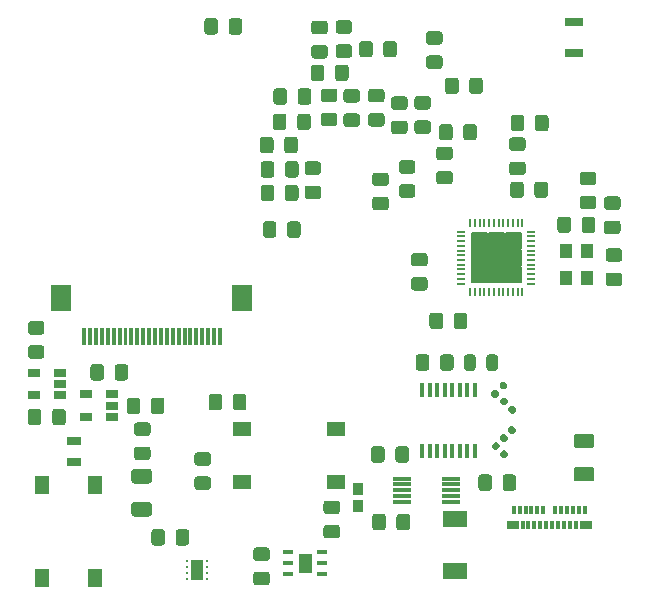
<source format=gbr>
G04 #@! TF.GenerationSoftware,KiCad,Pcbnew,(5.1.6)-1*
G04 #@! TF.CreationDate,2020-10-17T23:58:27+09:00*
G04 #@! TF.ProjectId,guardianCam_Wifi,67756172-6469-4616-9e43-616d5f576966,rev?*
G04 #@! TF.SameCoordinates,Original*
G04 #@! TF.FileFunction,Paste,Top*
G04 #@! TF.FilePolarity,Positive*
%FSLAX46Y46*%
G04 Gerber Fmt 4.6, Leading zero omitted, Abs format (unit mm)*
G04 Created by KiCad (PCBNEW (5.1.6)-1) date 2020-10-17 23:58:27*
%MOMM*%
%LPD*%
G01*
G04 APERTURE LIST*
%ADD10C,0.010000*%
%ADD11C,0.152400*%
%ADD12R,0.400000X1.200000*%
%ADD13R,0.970000X1.000000*%
%ADD14R,1.498600X0.304800*%
%ADD15R,1.000000X1.800000*%
%ADD16R,0.250000X0.200000*%
%ADD17R,0.860000X0.400000*%
%ADD18R,1.549400X1.295400*%
%ADD19R,0.300000X0.700000*%
%ADD20R,1.000000X0.700000*%
%ADD21R,1.295400X1.549400*%
%ADD22R,0.203200X0.762000*%
%ADD23R,0.762000X0.203200*%
%ADD24R,4.343400X4.343400*%
%ADD25R,1.100000X1.300000*%
%ADD26R,1.060000X0.650000*%
%ADD27R,1.200000X0.800000*%
%ADD28R,2.100000X1.400000*%
%ADD29R,1.600000X0.800000*%
%ADD30R,1.800000X2.200000*%
G04 APERTURE END LIST*
D10*
G36*
X124150000Y-152560000D02*
G01*
X125170000Y-152560000D01*
X125170000Y-154060000D01*
X124150000Y-154060000D01*
X124150000Y-152560000D01*
G37*
X124150000Y-152560000D02*
X125170000Y-152560000D01*
X125170000Y-154060000D01*
X124150000Y-154060000D01*
X124150000Y-152560000D01*
D11*
X142911700Y-125398300D02*
X141663900Y-125398300D01*
X141663900Y-125398300D02*
X141663900Y-126646100D01*
X141663900Y-126646100D02*
X142911700Y-126646100D01*
X142911700Y-126646100D02*
X142911700Y-125398300D01*
X141463900Y-125398300D02*
X140216100Y-125398300D01*
X140216100Y-125398300D02*
X140216100Y-126646100D01*
X140216100Y-126646100D02*
X141463900Y-126646100D01*
X141463900Y-126646100D02*
X141463900Y-125398300D01*
X140016100Y-125398300D02*
X138768300Y-125398300D01*
X138768300Y-125398300D02*
X138768300Y-126646100D01*
X138768300Y-126646100D02*
X140016100Y-126646100D01*
X140016100Y-126646100D02*
X140016100Y-125398300D01*
X142911700Y-126846100D02*
X141663900Y-126846100D01*
X141663900Y-126846100D02*
X141663900Y-128093900D01*
X141663900Y-128093900D02*
X142911700Y-128093900D01*
X142911700Y-128093900D02*
X142911700Y-126846100D01*
X141463900Y-126846100D02*
X140216100Y-126846100D01*
X140216100Y-126846100D02*
X140216100Y-128093900D01*
X140216100Y-128093900D02*
X141463900Y-128093900D01*
X141463900Y-128093900D02*
X141463900Y-126846100D01*
X140016100Y-126846100D02*
X138768300Y-126846100D01*
X138768300Y-126846100D02*
X138768300Y-128093900D01*
X138768300Y-128093900D02*
X140016100Y-128093900D01*
X140016100Y-128093900D02*
X140016100Y-126846100D01*
X142911700Y-128293900D02*
X141663900Y-128293900D01*
X141663900Y-128293900D02*
X141663900Y-129541700D01*
X141663900Y-129541700D02*
X142911700Y-129541700D01*
X142911700Y-129541700D02*
X142911700Y-128293900D01*
X141463900Y-128293900D02*
X140216100Y-128293900D01*
X140216100Y-128293900D02*
X140216100Y-129541700D01*
X140216100Y-129541700D02*
X141463900Y-129541700D01*
X141463900Y-129541700D02*
X141463900Y-128293900D01*
X140016100Y-128293900D02*
X138768300Y-128293900D01*
X138768300Y-128293900D02*
X138768300Y-129541700D01*
X138768300Y-129541700D02*
X140016100Y-129541700D01*
X140016100Y-129541700D02*
X140016100Y-128293900D01*
D10*
G36*
X106033400Y-134768000D02*
G01*
X105783400Y-134768000D01*
X105783400Y-133468000D01*
X106033400Y-133468000D01*
X106033400Y-134768000D01*
G37*
X106033400Y-134768000D02*
X105783400Y-134768000D01*
X105783400Y-133468000D01*
X106033400Y-133468000D01*
X106033400Y-134768000D01*
G36*
X106533400Y-134768000D02*
G01*
X106283400Y-134768000D01*
X106283400Y-133468000D01*
X106533400Y-133468000D01*
X106533400Y-134768000D01*
G37*
X106533400Y-134768000D02*
X106283400Y-134768000D01*
X106283400Y-133468000D01*
X106533400Y-133468000D01*
X106533400Y-134768000D01*
G36*
X107033400Y-134768000D02*
G01*
X106783400Y-134768000D01*
X106783400Y-133468000D01*
X107033400Y-133468000D01*
X107033400Y-134768000D01*
G37*
X107033400Y-134768000D02*
X106783400Y-134768000D01*
X106783400Y-133468000D01*
X107033400Y-133468000D01*
X107033400Y-134768000D01*
G36*
X107533400Y-134768000D02*
G01*
X107283400Y-134768000D01*
X107283400Y-133468000D01*
X107533400Y-133468000D01*
X107533400Y-134768000D01*
G37*
X107533400Y-134768000D02*
X107283400Y-134768000D01*
X107283400Y-133468000D01*
X107533400Y-133468000D01*
X107533400Y-134768000D01*
G36*
X108033400Y-134768000D02*
G01*
X107783400Y-134768000D01*
X107783400Y-133468000D01*
X108033400Y-133468000D01*
X108033400Y-134768000D01*
G37*
X108033400Y-134768000D02*
X107783400Y-134768000D01*
X107783400Y-133468000D01*
X108033400Y-133468000D01*
X108033400Y-134768000D01*
G36*
X108533400Y-134768000D02*
G01*
X108283400Y-134768000D01*
X108283400Y-133468000D01*
X108533400Y-133468000D01*
X108533400Y-134768000D01*
G37*
X108533400Y-134768000D02*
X108283400Y-134768000D01*
X108283400Y-133468000D01*
X108533400Y-133468000D01*
X108533400Y-134768000D01*
G36*
X109033400Y-134768000D02*
G01*
X108783400Y-134768000D01*
X108783400Y-133468000D01*
X109033400Y-133468000D01*
X109033400Y-134768000D01*
G37*
X109033400Y-134768000D02*
X108783400Y-134768000D01*
X108783400Y-133468000D01*
X109033400Y-133468000D01*
X109033400Y-134768000D01*
G36*
X109533400Y-134768000D02*
G01*
X109283400Y-134768000D01*
X109283400Y-133468000D01*
X109533400Y-133468000D01*
X109533400Y-134768000D01*
G37*
X109533400Y-134768000D02*
X109283400Y-134768000D01*
X109283400Y-133468000D01*
X109533400Y-133468000D01*
X109533400Y-134768000D01*
G36*
X110033400Y-134768000D02*
G01*
X109783400Y-134768000D01*
X109783400Y-133468000D01*
X110033400Y-133468000D01*
X110033400Y-134768000D01*
G37*
X110033400Y-134768000D02*
X109783400Y-134768000D01*
X109783400Y-133468000D01*
X110033400Y-133468000D01*
X110033400Y-134768000D01*
G36*
X110533400Y-134768000D02*
G01*
X110283400Y-134768000D01*
X110283400Y-133468000D01*
X110533400Y-133468000D01*
X110533400Y-134768000D01*
G37*
X110533400Y-134768000D02*
X110283400Y-134768000D01*
X110283400Y-133468000D01*
X110533400Y-133468000D01*
X110533400Y-134768000D01*
G36*
X111033400Y-134768000D02*
G01*
X110783400Y-134768000D01*
X110783400Y-133468000D01*
X111033400Y-133468000D01*
X111033400Y-134768000D01*
G37*
X111033400Y-134768000D02*
X110783400Y-134768000D01*
X110783400Y-133468000D01*
X111033400Y-133468000D01*
X111033400Y-134768000D01*
G36*
X111533400Y-134768000D02*
G01*
X111283400Y-134768000D01*
X111283400Y-133468000D01*
X111533400Y-133468000D01*
X111533400Y-134768000D01*
G37*
X111533400Y-134768000D02*
X111283400Y-134768000D01*
X111283400Y-133468000D01*
X111533400Y-133468000D01*
X111533400Y-134768000D01*
G36*
X112033400Y-134768000D02*
G01*
X111783400Y-134768000D01*
X111783400Y-133468000D01*
X112033400Y-133468000D01*
X112033400Y-134768000D01*
G37*
X112033400Y-134768000D02*
X111783400Y-134768000D01*
X111783400Y-133468000D01*
X112033400Y-133468000D01*
X112033400Y-134768000D01*
G36*
X112533400Y-134768000D02*
G01*
X112283400Y-134768000D01*
X112283400Y-133468000D01*
X112533400Y-133468000D01*
X112533400Y-134768000D01*
G37*
X112533400Y-134768000D02*
X112283400Y-134768000D01*
X112283400Y-133468000D01*
X112533400Y-133468000D01*
X112533400Y-134768000D01*
G36*
X113033400Y-134768000D02*
G01*
X112783400Y-134768000D01*
X112783400Y-133468000D01*
X113033400Y-133468000D01*
X113033400Y-134768000D01*
G37*
X113033400Y-134768000D02*
X112783400Y-134768000D01*
X112783400Y-133468000D01*
X113033400Y-133468000D01*
X113033400Y-134768000D01*
G36*
X113533400Y-134768000D02*
G01*
X113283400Y-134768000D01*
X113283400Y-133468000D01*
X113533400Y-133468000D01*
X113533400Y-134768000D01*
G37*
X113533400Y-134768000D02*
X113283400Y-134768000D01*
X113283400Y-133468000D01*
X113533400Y-133468000D01*
X113533400Y-134768000D01*
G36*
X114033400Y-134768000D02*
G01*
X113783400Y-134768000D01*
X113783400Y-133468000D01*
X114033400Y-133468000D01*
X114033400Y-134768000D01*
G37*
X114033400Y-134768000D02*
X113783400Y-134768000D01*
X113783400Y-133468000D01*
X114033400Y-133468000D01*
X114033400Y-134768000D01*
G36*
X114533400Y-134768000D02*
G01*
X114283400Y-134768000D01*
X114283400Y-133468000D01*
X114533400Y-133468000D01*
X114533400Y-134768000D01*
G37*
X114533400Y-134768000D02*
X114283400Y-134768000D01*
X114283400Y-133468000D01*
X114533400Y-133468000D01*
X114533400Y-134768000D01*
G36*
X115033400Y-134768000D02*
G01*
X114783400Y-134768000D01*
X114783400Y-133468000D01*
X115033400Y-133468000D01*
X115033400Y-134768000D01*
G37*
X115033400Y-134768000D02*
X114783400Y-134768000D01*
X114783400Y-133468000D01*
X115033400Y-133468000D01*
X115033400Y-134768000D01*
G36*
X115533400Y-134768000D02*
G01*
X115283400Y-134768000D01*
X115283400Y-133468000D01*
X115533400Y-133468000D01*
X115533400Y-134768000D01*
G37*
X115533400Y-134768000D02*
X115283400Y-134768000D01*
X115283400Y-133468000D01*
X115533400Y-133468000D01*
X115533400Y-134768000D01*
G36*
X116033400Y-134768000D02*
G01*
X115783400Y-134768000D01*
X115783400Y-133468000D01*
X116033400Y-133468000D01*
X116033400Y-134768000D01*
G37*
X116033400Y-134768000D02*
X115783400Y-134768000D01*
X115783400Y-133468000D01*
X116033400Y-133468000D01*
X116033400Y-134768000D01*
G36*
X116533400Y-134768000D02*
G01*
X116283400Y-134768000D01*
X116283400Y-133468000D01*
X116533400Y-133468000D01*
X116533400Y-134768000D01*
G37*
X116533400Y-134768000D02*
X116283400Y-134768000D01*
X116283400Y-133468000D01*
X116533400Y-133468000D01*
X116533400Y-134768000D01*
G36*
X117033400Y-134768000D02*
G01*
X116783400Y-134768000D01*
X116783400Y-133468000D01*
X117033400Y-133468000D01*
X117033400Y-134768000D01*
G37*
X117033400Y-134768000D02*
X116783400Y-134768000D01*
X116783400Y-133468000D01*
X117033400Y-133468000D01*
X117033400Y-134768000D01*
G36*
X117533400Y-134768000D02*
G01*
X117283400Y-134768000D01*
X117283400Y-133468000D01*
X117533400Y-133468000D01*
X117533400Y-134768000D01*
G37*
X117533400Y-134768000D02*
X117283400Y-134768000D01*
X117283400Y-133468000D01*
X117533400Y-133468000D01*
X117533400Y-134768000D01*
G36*
G01*
X117635000Y-139259999D02*
X117635000Y-140160001D01*
G75*
G02*
X117385001Y-140410000I-249999J0D01*
G01*
X116734999Y-140410000D01*
G75*
G02*
X116485000Y-140160001I0J249999D01*
G01*
X116485000Y-139259999D01*
G75*
G02*
X116734999Y-139010000I249999J0D01*
G01*
X117385001Y-139010000D01*
G75*
G02*
X117635000Y-139259999I0J-249999D01*
G01*
G37*
G36*
G01*
X119685000Y-139259999D02*
X119685000Y-140160001D01*
G75*
G02*
X119435001Y-140410000I-249999J0D01*
G01*
X118784999Y-140410000D01*
G75*
G02*
X118535000Y-140160001I0J249999D01*
G01*
X118535000Y-139259999D01*
G75*
G02*
X118784999Y-139010000I249999J0D01*
G01*
X119435001Y-139010000D01*
G75*
G02*
X119685000Y-139259999I0J-249999D01*
G01*
G37*
D12*
X134567500Y-138650000D03*
X135202500Y-138650000D03*
X135837500Y-138650000D03*
X136472500Y-138650000D03*
X137107500Y-138650000D03*
X137742500Y-138650000D03*
X138377500Y-138650000D03*
X139012500Y-138650000D03*
X139012500Y-143850000D03*
X138377500Y-143850000D03*
X137742500Y-143850000D03*
X137107500Y-143850000D03*
X136472500Y-143850000D03*
X135837500Y-143850000D03*
X135202500Y-143850000D03*
X134567500Y-143850000D03*
G36*
G01*
X141824678Y-139740727D02*
X141580726Y-139984678D01*
G75*
G02*
X141372130Y-139984678I-104298J104298D01*
G01*
X141163534Y-139776082D01*
G75*
G02*
X141163534Y-139567486I104298J104298D01*
G01*
X141407486Y-139323534D01*
G75*
G02*
X141616082Y-139323534I104298J-104298D01*
G01*
X141824678Y-139532130D01*
G75*
G02*
X141824678Y-139740726I-104298J-104298D01*
G01*
G37*
G36*
G01*
X142510572Y-140426621D02*
X142266620Y-140670572D01*
G75*
G02*
X142058024Y-140670572I-104298J104298D01*
G01*
X141849428Y-140461976D01*
G75*
G02*
X141849428Y-140253380I104298J104298D01*
G01*
X142093380Y-140009428D01*
G75*
G02*
X142301976Y-140009428I104298J-104298D01*
G01*
X142510572Y-140218024D01*
G75*
G02*
X142510572Y-140426620I-104298J-104298D01*
G01*
G37*
G36*
G01*
X141556621Y-142439428D02*
X141800572Y-142683380D01*
G75*
G02*
X141800572Y-142891976I-104298J-104298D01*
G01*
X141591976Y-143100572D01*
G75*
G02*
X141383380Y-143100572I-104298J104298D01*
G01*
X141139428Y-142856620D01*
G75*
G02*
X141139428Y-142648024I104298J104298D01*
G01*
X141348024Y-142439428D01*
G75*
G02*
X141556620Y-142439428I104298J-104298D01*
G01*
G37*
G36*
G01*
X142242515Y-141753534D02*
X142486466Y-141997486D01*
G75*
G02*
X142486466Y-142206082I-104298J-104298D01*
G01*
X142277870Y-142414678D01*
G75*
G02*
X142069274Y-142414678I-104298J104298D01*
G01*
X141825322Y-142170726D01*
G75*
G02*
X141825322Y-141962130I104298J104298D01*
G01*
X142033918Y-141753534D01*
G75*
G02*
X142242514Y-141753534I104298J-104298D01*
G01*
G37*
G36*
G01*
X141359273Y-138634678D02*
X141115322Y-138390726D01*
G75*
G02*
X141115322Y-138182130I104298J104298D01*
G01*
X141323918Y-137973534D01*
G75*
G02*
X141532514Y-137973534I104298J-104298D01*
G01*
X141776466Y-138217486D01*
G75*
G02*
X141776466Y-138426082I-104298J-104298D01*
G01*
X141567870Y-138634678D01*
G75*
G02*
X141359274Y-138634678I-104298J104298D01*
G01*
G37*
G36*
G01*
X140673379Y-139320572D02*
X140429428Y-139076620D01*
G75*
G02*
X140429428Y-138868024I104298J104298D01*
G01*
X140638024Y-138659428D01*
G75*
G02*
X140846620Y-138659428I104298J-104298D01*
G01*
X141090572Y-138903380D01*
G75*
G02*
X141090572Y-139111976I-104298J-104298D01*
G01*
X140881976Y-139320572D01*
G75*
G02*
X140673380Y-139320572I-104298J104298D01*
G01*
G37*
G36*
G01*
X141155322Y-144039273D02*
X141399274Y-143795322D01*
G75*
G02*
X141607870Y-143795322I104298J-104298D01*
G01*
X141816466Y-144003918D01*
G75*
G02*
X141816466Y-144212514I-104298J-104298D01*
G01*
X141572514Y-144456466D01*
G75*
G02*
X141363918Y-144456466I-104298J104298D01*
G01*
X141155322Y-144247870D01*
G75*
G02*
X141155322Y-144039274I104298J104298D01*
G01*
G37*
G36*
G01*
X140469428Y-143353379D02*
X140713380Y-143109428D01*
G75*
G02*
X140921976Y-143109428I104298J-104298D01*
G01*
X141130572Y-143318024D01*
G75*
G02*
X141130572Y-143526620I-104298J-104298D01*
G01*
X140886620Y-143770572D01*
G75*
G02*
X140678024Y-143770572I-104298J104298D01*
G01*
X140469428Y-143561976D01*
G75*
G02*
X140469428Y-143353380I104298J104298D01*
G01*
G37*
D13*
X129100000Y-147060000D03*
X129100000Y-148530000D03*
G36*
G01*
X131390000Y-143689999D02*
X131390000Y-144590001D01*
G75*
G02*
X131140001Y-144840000I-249999J0D01*
G01*
X130489999Y-144840000D01*
G75*
G02*
X130240000Y-144590001I0J249999D01*
G01*
X130240000Y-143689999D01*
G75*
G02*
X130489999Y-143440000I249999J0D01*
G01*
X131140001Y-143440000D01*
G75*
G02*
X131390000Y-143689999I0J-249999D01*
G01*
G37*
G36*
G01*
X133440000Y-143689999D02*
X133440000Y-144590001D01*
G75*
G02*
X133190001Y-144840000I-249999J0D01*
G01*
X132539999Y-144840000D01*
G75*
G02*
X132290000Y-144590001I0J249999D01*
G01*
X132290000Y-143689999D01*
G75*
G02*
X132539999Y-143440000I249999J0D01*
G01*
X133190001Y-143440000D01*
G75*
G02*
X133440000Y-143689999I0J-249999D01*
G01*
G37*
D14*
X136977400Y-148160600D03*
X136977400Y-147678000D03*
X136977400Y-147170000D03*
X136977400Y-146662000D03*
X136977400Y-146179400D03*
X132862600Y-146179400D03*
X132862600Y-146662000D03*
X132862600Y-147170000D03*
X132862600Y-147678000D03*
X132862600Y-148160600D03*
G36*
G01*
X112800000Y-150699999D02*
X112800000Y-151600001D01*
G75*
G02*
X112550001Y-151850000I-249999J0D01*
G01*
X111899999Y-151850000D01*
G75*
G02*
X111650000Y-151600001I0J249999D01*
G01*
X111650000Y-150699999D01*
G75*
G02*
X111899999Y-150450000I249999J0D01*
G01*
X112550001Y-150450000D01*
G75*
G02*
X112800000Y-150699999I0J-249999D01*
G01*
G37*
G36*
G01*
X114850000Y-150699999D02*
X114850000Y-151600001D01*
G75*
G02*
X114600001Y-151850000I-249999J0D01*
G01*
X113949999Y-151850000D01*
G75*
G02*
X113700000Y-151600001I0J249999D01*
G01*
X113700000Y-150699999D01*
G75*
G02*
X113949999Y-150450000I249999J0D01*
G01*
X114600001Y-150450000D01*
G75*
G02*
X114850000Y-150699999I0J-249999D01*
G01*
G37*
D15*
X115530000Y-153910000D03*
D16*
X116380000Y-154660000D03*
X116380000Y-154160000D03*
X116380000Y-153660000D03*
X116380000Y-153160000D03*
X114680000Y-154660000D03*
X114680000Y-154160000D03*
X114680000Y-153660000D03*
X114680000Y-153160000D03*
G36*
G01*
X116440001Y-145100000D02*
X115539999Y-145100000D01*
G75*
G02*
X115290000Y-144850001I0J249999D01*
G01*
X115290000Y-144199999D01*
G75*
G02*
X115539999Y-143950000I249999J0D01*
G01*
X116440001Y-143950000D01*
G75*
G02*
X116690000Y-144199999I0J-249999D01*
G01*
X116690000Y-144850001D01*
G75*
G02*
X116440001Y-145100000I-249999J0D01*
G01*
G37*
G36*
G01*
X116440001Y-147150000D02*
X115539999Y-147150000D01*
G75*
G02*
X115290000Y-146900001I0J249999D01*
G01*
X115290000Y-146249999D01*
G75*
G02*
X115539999Y-146000000I249999J0D01*
G01*
X116440001Y-146000000D01*
G75*
G02*
X116690000Y-146249999I0J-249999D01*
G01*
X116690000Y-146900001D01*
G75*
G02*
X116440001Y-147150000I-249999J0D01*
G01*
G37*
D17*
X123225000Y-152360000D03*
X123225000Y-153310000D03*
X123225000Y-154260000D03*
X126095000Y-154260000D03*
X126095000Y-153310000D03*
X126095000Y-152360000D03*
D18*
X127304998Y-146480001D03*
X127304998Y-141979999D03*
X119355002Y-141979999D03*
X119355002Y-146480001D03*
D19*
X142320000Y-148840000D03*
X142820000Y-148840000D03*
X143320000Y-148840000D03*
X143820000Y-148840000D03*
X144320000Y-148840000D03*
X144820000Y-148840000D03*
X145820000Y-148840000D03*
X146320000Y-148840000D03*
X146820000Y-148840000D03*
X147320000Y-148840000D03*
X147820000Y-148840000D03*
X148320000Y-148840000D03*
D20*
X148420000Y-150140000D03*
D19*
X147570000Y-150140000D03*
X147070000Y-150140000D03*
X146570000Y-150140000D03*
X146070000Y-150140000D03*
X145570000Y-150140000D03*
X145070000Y-150140000D03*
X144570000Y-150140000D03*
X144070000Y-150140000D03*
X143570000Y-150140000D03*
X143070000Y-150140000D03*
D20*
X142220000Y-150140000D03*
D21*
X106860001Y-146685002D03*
X102359999Y-146685002D03*
X102359999Y-154634998D03*
X106860001Y-154634998D03*
G36*
G01*
X124025000Y-114280001D02*
X124025000Y-113379999D01*
G75*
G02*
X124274999Y-113130000I249999J0D01*
G01*
X124925001Y-113130000D01*
G75*
G02*
X125175000Y-113379999I0J-249999D01*
G01*
X125175000Y-114280001D01*
G75*
G02*
X124925001Y-114530000I-249999J0D01*
G01*
X124274999Y-114530000D01*
G75*
G02*
X124025000Y-114280001I0J249999D01*
G01*
G37*
G36*
G01*
X121975000Y-114280001D02*
X121975000Y-113379999D01*
G75*
G02*
X122224999Y-113130000I249999J0D01*
G01*
X122875001Y-113130000D01*
G75*
G02*
X123125000Y-113379999I0J-249999D01*
G01*
X123125000Y-114280001D01*
G75*
G02*
X122875001Y-114530000I-249999J0D01*
G01*
X122224999Y-114530000D01*
G75*
G02*
X121975000Y-114280001I0J249999D01*
G01*
G37*
D22*
X143040001Y-124523600D03*
X142639999Y-124523600D03*
X142240000Y-124523600D03*
X141840001Y-124523600D03*
X141439999Y-124523600D03*
X141040000Y-124523600D03*
X140640000Y-124523600D03*
X140240001Y-124523600D03*
X139839999Y-124523600D03*
X139440000Y-124523600D03*
X139040001Y-124523600D03*
X138639999Y-124523600D03*
D23*
X137893600Y-125269999D03*
X137893600Y-125670001D03*
X137893600Y-126070000D03*
X137893600Y-126469999D03*
X137893600Y-126870001D03*
X137893600Y-127270000D03*
X137893600Y-127670000D03*
X137893600Y-128069999D03*
X137893600Y-128470001D03*
X137893600Y-128870000D03*
X137893600Y-129269999D03*
X137893600Y-129670001D03*
D22*
X138639999Y-130416400D03*
X139040001Y-130416400D03*
X139440000Y-130416400D03*
X139839999Y-130416400D03*
X140240001Y-130416400D03*
X140640000Y-130416400D03*
X141040000Y-130416400D03*
X141439999Y-130416400D03*
X141840001Y-130416400D03*
X142240000Y-130416400D03*
X142639999Y-130416400D03*
X143040001Y-130416400D03*
D23*
X143786400Y-129670001D03*
X143786400Y-129269999D03*
X143786400Y-128870000D03*
X143786400Y-128470001D03*
X143786400Y-128069999D03*
X143786400Y-127670000D03*
X143786400Y-127270000D03*
X143786400Y-126870001D03*
X143786400Y-126469999D03*
X143786400Y-126070000D03*
X143786400Y-125670001D03*
X143786400Y-125269999D03*
D24*
X140840000Y-127470000D03*
D25*
X146740000Y-126870000D03*
X146740000Y-129170000D03*
X148540000Y-129170000D03*
X148540000Y-126870000D03*
D26*
X101680000Y-139110000D03*
X101680000Y-137210000D03*
X103880000Y-137210000D03*
X103880000Y-138160000D03*
X103880000Y-139110000D03*
X106140000Y-140950000D03*
X106140000Y-139050000D03*
X108340000Y-139050000D03*
X108340000Y-140000000D03*
X108340000Y-140950000D03*
G36*
G01*
X110419999Y-143475000D02*
X111320001Y-143475000D01*
G75*
G02*
X111570000Y-143724999I0J-249999D01*
G01*
X111570000Y-144375001D01*
G75*
G02*
X111320001Y-144625000I-249999J0D01*
G01*
X110419999Y-144625000D01*
G75*
G02*
X110170000Y-144375001I0J249999D01*
G01*
X110170000Y-143724999D01*
G75*
G02*
X110419999Y-143475000I249999J0D01*
G01*
G37*
G36*
G01*
X110419999Y-141425000D02*
X111320001Y-141425000D01*
G75*
G02*
X111570000Y-141674999I0J-249999D01*
G01*
X111570000Y-142325001D01*
G75*
G02*
X111320001Y-142575000I-249999J0D01*
G01*
X110419999Y-142575000D01*
G75*
G02*
X110170000Y-142325001I0J249999D01*
G01*
X110170000Y-141674999D01*
G75*
G02*
X110419999Y-141425000I249999J0D01*
G01*
G37*
G36*
G01*
X136075000Y-136810001D02*
X136075000Y-135909999D01*
G75*
G02*
X136324999Y-135660000I249999J0D01*
G01*
X136975001Y-135660000D01*
G75*
G02*
X137225000Y-135909999I0J-249999D01*
G01*
X137225000Y-136810001D01*
G75*
G02*
X136975001Y-137060000I-249999J0D01*
G01*
X136324999Y-137060000D01*
G75*
G02*
X136075000Y-136810001I0J249999D01*
G01*
G37*
G36*
G01*
X134025000Y-136810001D02*
X134025000Y-135909999D01*
G75*
G02*
X134274999Y-135660000I249999J0D01*
G01*
X134925001Y-135660000D01*
G75*
G02*
X135175000Y-135909999I0J-249999D01*
G01*
X135175000Y-136810001D01*
G75*
G02*
X134925001Y-137060000I-249999J0D01*
G01*
X134274999Y-137060000D01*
G75*
G02*
X134025000Y-136810001I0J249999D01*
G01*
G37*
G36*
G01*
X118185000Y-108340001D02*
X118185000Y-107439999D01*
G75*
G02*
X118434999Y-107190000I249999J0D01*
G01*
X119085001Y-107190000D01*
G75*
G02*
X119335000Y-107439999I0J-249999D01*
G01*
X119335000Y-108340001D01*
G75*
G02*
X119085001Y-108590000I-249999J0D01*
G01*
X118434999Y-108590000D01*
G75*
G02*
X118185000Y-108340001I0J249999D01*
G01*
G37*
G36*
G01*
X116135000Y-108340001D02*
X116135000Y-107439999D01*
G75*
G02*
X116384999Y-107190000I249999J0D01*
G01*
X117035001Y-107190000D01*
G75*
G02*
X117285000Y-107439999I0J-249999D01*
G01*
X117285000Y-108340001D01*
G75*
G02*
X117035001Y-108590000I-249999J0D01*
G01*
X116384999Y-108590000D01*
G75*
G02*
X116135000Y-108340001I0J249999D01*
G01*
G37*
G36*
G01*
X149060001Y-121345000D02*
X148159999Y-121345000D01*
G75*
G02*
X147910000Y-121095001I0J249999D01*
G01*
X147910000Y-120444999D01*
G75*
G02*
X148159999Y-120195000I249999J0D01*
G01*
X149060001Y-120195000D01*
G75*
G02*
X149310000Y-120444999I0J-249999D01*
G01*
X149310000Y-121095001D01*
G75*
G02*
X149060001Y-121345000I-249999J0D01*
G01*
G37*
G36*
G01*
X149060001Y-123395000D02*
X148159999Y-123395000D01*
G75*
G02*
X147910000Y-123145001I0J249999D01*
G01*
X147910000Y-122494999D01*
G75*
G02*
X148159999Y-122245000I249999J0D01*
G01*
X149060001Y-122245000D01*
G75*
G02*
X149310000Y-122494999I0J-249999D01*
G01*
X149310000Y-123145001D01*
G75*
G02*
X149060001Y-123395000I-249999J0D01*
G01*
G37*
G36*
G01*
X125760001Y-120475000D02*
X124859999Y-120475000D01*
G75*
G02*
X124610000Y-120225001I0J249999D01*
G01*
X124610000Y-119574999D01*
G75*
G02*
X124859999Y-119325000I249999J0D01*
G01*
X125760001Y-119325000D01*
G75*
G02*
X126010000Y-119574999I0J-249999D01*
G01*
X126010000Y-120225001D01*
G75*
G02*
X125760001Y-120475000I-249999J0D01*
G01*
G37*
G36*
G01*
X125760001Y-122525000D02*
X124859999Y-122525000D01*
G75*
G02*
X124610000Y-122275001I0J249999D01*
G01*
X124610000Y-121624999D01*
G75*
G02*
X124859999Y-121375000I249999J0D01*
G01*
X125760001Y-121375000D01*
G75*
G02*
X126010000Y-121624999I0J-249999D01*
G01*
X126010000Y-122275001D01*
G75*
G02*
X125760001Y-122525000I-249999J0D01*
G01*
G37*
G36*
G01*
X127489999Y-109415000D02*
X128390001Y-109415000D01*
G75*
G02*
X128640000Y-109664999I0J-249999D01*
G01*
X128640000Y-110315001D01*
G75*
G02*
X128390001Y-110565000I-249999J0D01*
G01*
X127489999Y-110565000D01*
G75*
G02*
X127240000Y-110315001I0J249999D01*
G01*
X127240000Y-109664999D01*
G75*
G02*
X127489999Y-109415000I249999J0D01*
G01*
G37*
G36*
G01*
X127489999Y-107365000D02*
X128390001Y-107365000D01*
G75*
G02*
X128640000Y-107614999I0J-249999D01*
G01*
X128640000Y-108265001D01*
G75*
G02*
X128390001Y-108515000I-249999J0D01*
G01*
X127489999Y-108515000D01*
G75*
G02*
X127240000Y-108265001I0J249999D01*
G01*
X127240000Y-107614999D01*
G75*
G02*
X127489999Y-107365000I249999J0D01*
G01*
G37*
G36*
G01*
X125429999Y-109465000D02*
X126330001Y-109465000D01*
G75*
G02*
X126580000Y-109714999I0J-249999D01*
G01*
X126580000Y-110365001D01*
G75*
G02*
X126330001Y-110615000I-249999J0D01*
G01*
X125429999Y-110615000D01*
G75*
G02*
X125180000Y-110365001I0J249999D01*
G01*
X125180000Y-109714999D01*
G75*
G02*
X125429999Y-109465000I249999J0D01*
G01*
G37*
G36*
G01*
X125429999Y-107415000D02*
X126330001Y-107415000D01*
G75*
G02*
X126580000Y-107664999I0J-249999D01*
G01*
X126580000Y-108315001D01*
G75*
G02*
X126330001Y-108565000I-249999J0D01*
G01*
X125429999Y-108565000D01*
G75*
G02*
X125180000Y-108315001I0J249999D01*
G01*
X125180000Y-107664999D01*
G75*
G02*
X125429999Y-107415000I249999J0D01*
G01*
G37*
G36*
G01*
X136050001Y-109455000D02*
X135149999Y-109455000D01*
G75*
G02*
X134900000Y-109205001I0J249999D01*
G01*
X134900000Y-108554999D01*
G75*
G02*
X135149999Y-108305000I249999J0D01*
G01*
X136050001Y-108305000D01*
G75*
G02*
X136300000Y-108554999I0J-249999D01*
G01*
X136300000Y-109205001D01*
G75*
G02*
X136050001Y-109455000I-249999J0D01*
G01*
G37*
G36*
G01*
X136050001Y-111505000D02*
X135149999Y-111505000D01*
G75*
G02*
X134900000Y-111255001I0J249999D01*
G01*
X134900000Y-110604999D01*
G75*
G02*
X135149999Y-110355000I249999J0D01*
G01*
X136050001Y-110355000D01*
G75*
G02*
X136300000Y-110604999I0J-249999D01*
G01*
X136300000Y-111255001D01*
G75*
G02*
X136050001Y-111505000I-249999J0D01*
G01*
G37*
G36*
G01*
X137655000Y-112479999D02*
X137655000Y-113380001D01*
G75*
G02*
X137405001Y-113630000I-249999J0D01*
G01*
X136754999Y-113630000D01*
G75*
G02*
X136505000Y-113380001I0J249999D01*
G01*
X136505000Y-112479999D01*
G75*
G02*
X136754999Y-112230000I249999J0D01*
G01*
X137405001Y-112230000D01*
G75*
G02*
X137655000Y-112479999I0J-249999D01*
G01*
G37*
G36*
G01*
X139705000Y-112479999D02*
X139705000Y-113380001D01*
G75*
G02*
X139455001Y-113630000I-249999J0D01*
G01*
X138804999Y-113630000D01*
G75*
G02*
X138555000Y-113380001I0J249999D01*
G01*
X138555000Y-112479999D01*
G75*
G02*
X138804999Y-112230000I249999J0D01*
G01*
X139455001Y-112230000D01*
G75*
G02*
X139705000Y-112479999I0J-249999D01*
G01*
G37*
G36*
G01*
X142179999Y-119345000D02*
X143080001Y-119345000D01*
G75*
G02*
X143330000Y-119594999I0J-249999D01*
G01*
X143330000Y-120245001D01*
G75*
G02*
X143080001Y-120495000I-249999J0D01*
G01*
X142179999Y-120495000D01*
G75*
G02*
X141930000Y-120245001I0J249999D01*
G01*
X141930000Y-119594999D01*
G75*
G02*
X142179999Y-119345000I249999J0D01*
G01*
G37*
G36*
G01*
X142179999Y-117295000D02*
X143080001Y-117295000D01*
G75*
G02*
X143330000Y-117544999I0J-249999D01*
G01*
X143330000Y-118195001D01*
G75*
G02*
X143080001Y-118445000I-249999J0D01*
G01*
X142179999Y-118445000D01*
G75*
G02*
X141930000Y-118195001I0J249999D01*
G01*
X141930000Y-117544999D01*
G75*
G02*
X142179999Y-117295000I249999J0D01*
G01*
G37*
D27*
X105100000Y-142980000D03*
X105100000Y-144780000D03*
G36*
G01*
X111435000Y-146605000D02*
X110185000Y-146605000D01*
G75*
G02*
X109935000Y-146355000I0J250000D01*
G01*
X109935000Y-145605000D01*
G75*
G02*
X110185000Y-145355000I250000J0D01*
G01*
X111435000Y-145355000D01*
G75*
G02*
X111685000Y-145605000I0J-250000D01*
G01*
X111685000Y-146355000D01*
G75*
G02*
X111435000Y-146605000I-250000J0D01*
G01*
G37*
G36*
G01*
X111435000Y-149405000D02*
X110185000Y-149405000D01*
G75*
G02*
X109935000Y-149155000I0J250000D01*
G01*
X109935000Y-148405000D01*
G75*
G02*
X110185000Y-148155000I250000J0D01*
G01*
X111435000Y-148155000D01*
G75*
G02*
X111685000Y-148405000I0J-250000D01*
G01*
X111685000Y-149155000D01*
G75*
G02*
X111435000Y-149405000I-250000J0D01*
G01*
G37*
G36*
G01*
X139997500Y-136816250D02*
X139997500Y-135903750D01*
G75*
G02*
X140241250Y-135660000I243750J0D01*
G01*
X140728750Y-135660000D01*
G75*
G02*
X140972500Y-135903750I0J-243750D01*
G01*
X140972500Y-136816250D01*
G75*
G02*
X140728750Y-137060000I-243750J0D01*
G01*
X140241250Y-137060000D01*
G75*
G02*
X139997500Y-136816250I0J243750D01*
G01*
G37*
G36*
G01*
X138122500Y-136816250D02*
X138122500Y-135903750D01*
G75*
G02*
X138366250Y-135660000I243750J0D01*
G01*
X138853750Y-135660000D01*
G75*
G02*
X139097500Y-135903750I0J-243750D01*
G01*
X139097500Y-136816250D01*
G75*
G02*
X138853750Y-137060000I-243750J0D01*
G01*
X138366250Y-137060000D01*
G75*
G02*
X138122500Y-136816250I0J243750D01*
G01*
G37*
G36*
G01*
X147645000Y-145175000D02*
X148895000Y-145175000D01*
G75*
G02*
X149145000Y-145425000I0J-250000D01*
G01*
X149145000Y-146175000D01*
G75*
G02*
X148895000Y-146425000I-250000J0D01*
G01*
X147645000Y-146425000D01*
G75*
G02*
X147395000Y-146175000I0J250000D01*
G01*
X147395000Y-145425000D01*
G75*
G02*
X147645000Y-145175000I250000J0D01*
G01*
G37*
G36*
G01*
X147645000Y-142375000D02*
X148895000Y-142375000D01*
G75*
G02*
X149145000Y-142625000I0J-250000D01*
G01*
X149145000Y-143375000D01*
G75*
G02*
X148895000Y-143625000I-250000J0D01*
G01*
X147645000Y-143625000D01*
G75*
G02*
X147395000Y-143375000I0J250000D01*
G01*
X147395000Y-142625000D01*
G75*
G02*
X147645000Y-142375000I250000J0D01*
G01*
G37*
D28*
X137320000Y-154040000D03*
X137320000Y-149640000D03*
G36*
G01*
X137235000Y-133280001D02*
X137235000Y-132379999D01*
G75*
G02*
X137484999Y-132130000I249999J0D01*
G01*
X138135001Y-132130000D01*
G75*
G02*
X138385000Y-132379999I0J-249999D01*
G01*
X138385000Y-133280001D01*
G75*
G02*
X138135001Y-133530000I-249999J0D01*
G01*
X137484999Y-133530000D01*
G75*
G02*
X137235000Y-133280001I0J249999D01*
G01*
G37*
G36*
G01*
X135185000Y-133280001D02*
X135185000Y-132379999D01*
G75*
G02*
X135434999Y-132130000I249999J0D01*
G01*
X136085001Y-132130000D01*
G75*
G02*
X136335000Y-132379999I0J-249999D01*
G01*
X136335000Y-133280001D01*
G75*
G02*
X136085001Y-133530000I-249999J0D01*
G01*
X135434999Y-133530000D01*
G75*
G02*
X135185000Y-133280001I0J249999D01*
G01*
G37*
G36*
G01*
X133879999Y-129120000D02*
X134780001Y-129120000D01*
G75*
G02*
X135030000Y-129369999I0J-249999D01*
G01*
X135030000Y-130020001D01*
G75*
G02*
X134780001Y-130270000I-249999J0D01*
G01*
X133879999Y-130270000D01*
G75*
G02*
X133630000Y-130020001I0J249999D01*
G01*
X133630000Y-129369999D01*
G75*
G02*
X133879999Y-129120000I249999J0D01*
G01*
G37*
G36*
G01*
X133879999Y-127070000D02*
X134780001Y-127070000D01*
G75*
G02*
X135030000Y-127319999I0J-249999D01*
G01*
X135030000Y-127970001D01*
G75*
G02*
X134780001Y-128220000I-249999J0D01*
G01*
X133879999Y-128220000D01*
G75*
G02*
X133630000Y-127970001I0J249999D01*
G01*
X133630000Y-127319999D01*
G75*
G02*
X133879999Y-127070000I249999J0D01*
G01*
G37*
G36*
G01*
X135999999Y-120125000D02*
X136900001Y-120125000D01*
G75*
G02*
X137150000Y-120374999I0J-249999D01*
G01*
X137150000Y-121025001D01*
G75*
G02*
X136900001Y-121275000I-249999J0D01*
G01*
X135999999Y-121275000D01*
G75*
G02*
X135750000Y-121025001I0J249999D01*
G01*
X135750000Y-120374999D01*
G75*
G02*
X135999999Y-120125000I249999J0D01*
G01*
G37*
G36*
G01*
X135999999Y-118075000D02*
X136900001Y-118075000D01*
G75*
G02*
X137150000Y-118324999I0J-249999D01*
G01*
X137150000Y-118975001D01*
G75*
G02*
X136900001Y-119225000I-249999J0D01*
G01*
X135999999Y-119225000D01*
G75*
G02*
X135750000Y-118975001I0J249999D01*
G01*
X135750000Y-118324999D01*
G75*
G02*
X135999999Y-118075000I249999J0D01*
G01*
G37*
G36*
G01*
X138045000Y-117300001D02*
X138045000Y-116399999D01*
G75*
G02*
X138294999Y-116150000I249999J0D01*
G01*
X138945001Y-116150000D01*
G75*
G02*
X139195000Y-116399999I0J-249999D01*
G01*
X139195000Y-117300001D01*
G75*
G02*
X138945001Y-117550000I-249999J0D01*
G01*
X138294999Y-117550000D01*
G75*
G02*
X138045000Y-117300001I0J249999D01*
G01*
G37*
G36*
G01*
X135995000Y-117300001D02*
X135995000Y-116399999D01*
G75*
G02*
X136244999Y-116150000I249999J0D01*
G01*
X136895001Y-116150000D01*
G75*
G02*
X137145000Y-116399999I0J-249999D01*
G01*
X137145000Y-117300001D01*
G75*
G02*
X136895001Y-117550000I-249999J0D01*
G01*
X136244999Y-117550000D01*
G75*
G02*
X135995000Y-117300001I0J249999D01*
G01*
G37*
G36*
G01*
X151250001Y-127835000D02*
X150349999Y-127835000D01*
G75*
G02*
X150100000Y-127585001I0J249999D01*
G01*
X150100000Y-126934999D01*
G75*
G02*
X150349999Y-126685000I249999J0D01*
G01*
X151250001Y-126685000D01*
G75*
G02*
X151500000Y-126934999I0J-249999D01*
G01*
X151500000Y-127585001D01*
G75*
G02*
X151250001Y-127835000I-249999J0D01*
G01*
G37*
G36*
G01*
X151250001Y-129885000D02*
X150349999Y-129885000D01*
G75*
G02*
X150100000Y-129635001I0J249999D01*
G01*
X150100000Y-128984999D01*
G75*
G02*
X150349999Y-128735000I249999J0D01*
G01*
X151250001Y-128735000D01*
G75*
G02*
X151500000Y-128984999I0J-249999D01*
G01*
X151500000Y-129635001D01*
G75*
G02*
X151250001Y-129885000I-249999J0D01*
G01*
G37*
G36*
G01*
X150209999Y-124335000D02*
X151110001Y-124335000D01*
G75*
G02*
X151360000Y-124584999I0J-249999D01*
G01*
X151360000Y-125235001D01*
G75*
G02*
X151110001Y-125485000I-249999J0D01*
G01*
X150209999Y-125485000D01*
G75*
G02*
X149960000Y-125235001I0J249999D01*
G01*
X149960000Y-124584999D01*
G75*
G02*
X150209999Y-124335000I249999J0D01*
G01*
G37*
G36*
G01*
X150209999Y-122285000D02*
X151110001Y-122285000D01*
G75*
G02*
X151360000Y-122534999I0J-249999D01*
G01*
X151360000Y-123185001D01*
G75*
G02*
X151110001Y-123435000I-249999J0D01*
G01*
X150209999Y-123435000D01*
G75*
G02*
X149960000Y-123185001I0J249999D01*
G01*
X149960000Y-122534999D01*
G75*
G02*
X150209999Y-122285000I249999J0D01*
G01*
G37*
G36*
G01*
X144075000Y-122180001D02*
X144075000Y-121279999D01*
G75*
G02*
X144324999Y-121030000I249999J0D01*
G01*
X144975001Y-121030000D01*
G75*
G02*
X145225000Y-121279999I0J-249999D01*
G01*
X145225000Y-122180001D01*
G75*
G02*
X144975001Y-122430000I-249999J0D01*
G01*
X144324999Y-122430000D01*
G75*
G02*
X144075000Y-122180001I0J249999D01*
G01*
G37*
G36*
G01*
X142025000Y-122180001D02*
X142025000Y-121279999D01*
G75*
G02*
X142274999Y-121030000I249999J0D01*
G01*
X142925001Y-121030000D01*
G75*
G02*
X143175000Y-121279999I0J-249999D01*
G01*
X143175000Y-122180001D01*
G75*
G02*
X142925001Y-122430000I-249999J0D01*
G01*
X142274999Y-122430000D01*
G75*
G02*
X142025000Y-122180001I0J249999D01*
G01*
G37*
G36*
G01*
X144115000Y-116530001D02*
X144115000Y-115629999D01*
G75*
G02*
X144364999Y-115380000I249999J0D01*
G01*
X145015001Y-115380000D01*
G75*
G02*
X145265000Y-115629999I0J-249999D01*
G01*
X145265000Y-116530001D01*
G75*
G02*
X145015001Y-116780000I-249999J0D01*
G01*
X144364999Y-116780000D01*
G75*
G02*
X144115000Y-116530001I0J249999D01*
G01*
G37*
G36*
G01*
X142065000Y-116530001D02*
X142065000Y-115629999D01*
G75*
G02*
X142314999Y-115380000I249999J0D01*
G01*
X142965001Y-115380000D01*
G75*
G02*
X143215000Y-115629999I0J-249999D01*
G01*
X143215000Y-116530001D01*
G75*
G02*
X142965001Y-116780000I-249999J0D01*
G01*
X142314999Y-116780000D01*
G75*
G02*
X142065000Y-116530001I0J249999D01*
G01*
G37*
G36*
G01*
X148075000Y-125140001D02*
X148075000Y-124239999D01*
G75*
G02*
X148324999Y-123990000I249999J0D01*
G01*
X148975001Y-123990000D01*
G75*
G02*
X149225000Y-124239999I0J-249999D01*
G01*
X149225000Y-125140001D01*
G75*
G02*
X148975001Y-125390000I-249999J0D01*
G01*
X148324999Y-125390000D01*
G75*
G02*
X148075000Y-125140001I0J249999D01*
G01*
G37*
G36*
G01*
X146025000Y-125140001D02*
X146025000Y-124239999D01*
G75*
G02*
X146274999Y-123990000I249999J0D01*
G01*
X146925001Y-123990000D01*
G75*
G02*
X147175000Y-124239999I0J-249999D01*
G01*
X147175000Y-125140001D01*
G75*
G02*
X146925001Y-125390000I-249999J0D01*
G01*
X146274999Y-125390000D01*
G75*
G02*
X146025000Y-125140001I0J249999D01*
G01*
G37*
G36*
G01*
X127185000Y-112280001D02*
X127185000Y-111379999D01*
G75*
G02*
X127434999Y-111130000I249999J0D01*
G01*
X128085001Y-111130000D01*
G75*
G02*
X128335000Y-111379999I0J-249999D01*
G01*
X128335000Y-112280001D01*
G75*
G02*
X128085001Y-112530000I-249999J0D01*
G01*
X127434999Y-112530000D01*
G75*
G02*
X127185000Y-112280001I0J249999D01*
G01*
G37*
G36*
G01*
X125135000Y-112280001D02*
X125135000Y-111379999D01*
G75*
G02*
X125384999Y-111130000I249999J0D01*
G01*
X126035001Y-111130000D01*
G75*
G02*
X126285000Y-111379999I0J-249999D01*
G01*
X126285000Y-112280001D01*
G75*
G02*
X126035001Y-112530000I-249999J0D01*
G01*
X125384999Y-112530000D01*
G75*
G02*
X125135000Y-112280001I0J249999D01*
G01*
G37*
G36*
G01*
X133750001Y-120365000D02*
X132849999Y-120365000D01*
G75*
G02*
X132600000Y-120115001I0J249999D01*
G01*
X132600000Y-119464999D01*
G75*
G02*
X132849999Y-119215000I249999J0D01*
G01*
X133750001Y-119215000D01*
G75*
G02*
X134000000Y-119464999I0J-249999D01*
G01*
X134000000Y-120115001D01*
G75*
G02*
X133750001Y-120365000I-249999J0D01*
G01*
G37*
G36*
G01*
X133750001Y-122415000D02*
X132849999Y-122415000D01*
G75*
G02*
X132600000Y-122165001I0J249999D01*
G01*
X132600000Y-121514999D01*
G75*
G02*
X132849999Y-121265000I249999J0D01*
G01*
X133750001Y-121265000D01*
G75*
G02*
X134000000Y-121514999I0J-249999D01*
G01*
X134000000Y-122165001D01*
G75*
G02*
X133750001Y-122415000I-249999J0D01*
G01*
G37*
G36*
G01*
X123975000Y-116430001D02*
X123975000Y-115529999D01*
G75*
G02*
X124224999Y-115280000I249999J0D01*
G01*
X124875001Y-115280000D01*
G75*
G02*
X125125000Y-115529999I0J-249999D01*
G01*
X125125000Y-116430001D01*
G75*
G02*
X124875001Y-116680000I-249999J0D01*
G01*
X124224999Y-116680000D01*
G75*
G02*
X123975000Y-116430001I0J249999D01*
G01*
G37*
G36*
G01*
X121925000Y-116430001D02*
X121925000Y-115529999D01*
G75*
G02*
X122174999Y-115280000I249999J0D01*
G01*
X122825001Y-115280000D01*
G75*
G02*
X123075000Y-115529999I0J-249999D01*
G01*
X123075000Y-116430001D01*
G75*
G02*
X122825001Y-116680000I-249999J0D01*
G01*
X122174999Y-116680000D01*
G75*
G02*
X121925000Y-116430001I0J249999D01*
G01*
G37*
G36*
G01*
X122885000Y-118390001D02*
X122885000Y-117489999D01*
G75*
G02*
X123134999Y-117240000I249999J0D01*
G01*
X123785001Y-117240000D01*
G75*
G02*
X124035000Y-117489999I0J-249999D01*
G01*
X124035000Y-118390001D01*
G75*
G02*
X123785001Y-118640000I-249999J0D01*
G01*
X123134999Y-118640000D01*
G75*
G02*
X122885000Y-118390001I0J249999D01*
G01*
G37*
G36*
G01*
X120835000Y-118390001D02*
X120835000Y-117489999D01*
G75*
G02*
X121084999Y-117240000I249999J0D01*
G01*
X121735001Y-117240000D01*
G75*
G02*
X121985000Y-117489999I0J-249999D01*
G01*
X121985000Y-118390001D01*
G75*
G02*
X121735001Y-118640000I-249999J0D01*
G01*
X121084999Y-118640000D01*
G75*
G02*
X120835000Y-118390001I0J249999D01*
G01*
G37*
G36*
G01*
X122950000Y-122450001D02*
X122950000Y-121549999D01*
G75*
G02*
X123199999Y-121300000I249999J0D01*
G01*
X123850001Y-121300000D01*
G75*
G02*
X124100000Y-121549999I0J-249999D01*
G01*
X124100000Y-122450001D01*
G75*
G02*
X123850001Y-122700000I-249999J0D01*
G01*
X123199999Y-122700000D01*
G75*
G02*
X122950000Y-122450001I0J249999D01*
G01*
G37*
G36*
G01*
X120900000Y-122450001D02*
X120900000Y-121549999D01*
G75*
G02*
X121149999Y-121300000I249999J0D01*
G01*
X121800001Y-121300000D01*
G75*
G02*
X122050000Y-121549999I0J-249999D01*
G01*
X122050000Y-122450001D01*
G75*
G02*
X121800001Y-122700000I-249999J0D01*
G01*
X121149999Y-122700000D01*
G75*
G02*
X120900000Y-122450001I0J249999D01*
G01*
G37*
G36*
G01*
X122950000Y-120450001D02*
X122950000Y-119549999D01*
G75*
G02*
X123199999Y-119300000I249999J0D01*
G01*
X123850001Y-119300000D01*
G75*
G02*
X124100000Y-119549999I0J-249999D01*
G01*
X124100000Y-120450001D01*
G75*
G02*
X123850001Y-120700000I-249999J0D01*
G01*
X123199999Y-120700000D01*
G75*
G02*
X122950000Y-120450001I0J249999D01*
G01*
G37*
G36*
G01*
X120900000Y-120450001D02*
X120900000Y-119549999D01*
G75*
G02*
X121149999Y-119300000I249999J0D01*
G01*
X121800001Y-119300000D01*
G75*
G02*
X122050000Y-119549999I0J-249999D01*
G01*
X122050000Y-120450001D01*
G75*
G02*
X121800001Y-120700000I-249999J0D01*
G01*
X121149999Y-120700000D01*
G75*
G02*
X120900000Y-120450001I0J249999D01*
G01*
G37*
G36*
G01*
X130229999Y-115230000D02*
X131130001Y-115230000D01*
G75*
G02*
X131380000Y-115479999I0J-249999D01*
G01*
X131380000Y-116130001D01*
G75*
G02*
X131130001Y-116380000I-249999J0D01*
G01*
X130229999Y-116380000D01*
G75*
G02*
X129980000Y-116130001I0J249999D01*
G01*
X129980000Y-115479999D01*
G75*
G02*
X130229999Y-115230000I249999J0D01*
G01*
G37*
G36*
G01*
X130229999Y-113180000D02*
X131130001Y-113180000D01*
G75*
G02*
X131380000Y-113429999I0J-249999D01*
G01*
X131380000Y-114080001D01*
G75*
G02*
X131130001Y-114330000I-249999J0D01*
G01*
X130229999Y-114330000D01*
G75*
G02*
X129980000Y-114080001I0J249999D01*
G01*
X129980000Y-113429999D01*
G75*
G02*
X130229999Y-113180000I249999J0D01*
G01*
G37*
G36*
G01*
X123130000Y-125550001D02*
X123130000Y-124649999D01*
G75*
G02*
X123379999Y-124400000I249999J0D01*
G01*
X124030001Y-124400000D01*
G75*
G02*
X124280000Y-124649999I0J-249999D01*
G01*
X124280000Y-125550001D01*
G75*
G02*
X124030001Y-125800000I-249999J0D01*
G01*
X123379999Y-125800000D01*
G75*
G02*
X123130000Y-125550001I0J249999D01*
G01*
G37*
G36*
G01*
X121080000Y-125550001D02*
X121080000Y-124649999D01*
G75*
G02*
X121329999Y-124400000I249999J0D01*
G01*
X121980001Y-124400000D01*
G75*
G02*
X122230000Y-124649999I0J-249999D01*
G01*
X122230000Y-125550001D01*
G75*
G02*
X121980001Y-125800000I-249999J0D01*
G01*
X121329999Y-125800000D01*
G75*
G02*
X121080000Y-125550001I0J249999D01*
G01*
G37*
G36*
G01*
X128149999Y-115255000D02*
X129050001Y-115255000D01*
G75*
G02*
X129300000Y-115504999I0J-249999D01*
G01*
X129300000Y-116155001D01*
G75*
G02*
X129050001Y-116405000I-249999J0D01*
G01*
X128149999Y-116405000D01*
G75*
G02*
X127900000Y-116155001I0J249999D01*
G01*
X127900000Y-115504999D01*
G75*
G02*
X128149999Y-115255000I249999J0D01*
G01*
G37*
G36*
G01*
X128149999Y-113205000D02*
X129050001Y-113205000D01*
G75*
G02*
X129300000Y-113454999I0J-249999D01*
G01*
X129300000Y-114105001D01*
G75*
G02*
X129050001Y-114355000I-249999J0D01*
G01*
X128149999Y-114355000D01*
G75*
G02*
X127900000Y-114105001I0J249999D01*
G01*
X127900000Y-113454999D01*
G75*
G02*
X128149999Y-113205000I249999J0D01*
G01*
G37*
G36*
G01*
X120509999Y-154060000D02*
X121410001Y-154060000D01*
G75*
G02*
X121660000Y-154309999I0J-249999D01*
G01*
X121660000Y-154960001D01*
G75*
G02*
X121410001Y-155210000I-249999J0D01*
G01*
X120509999Y-155210000D01*
G75*
G02*
X120260000Y-154960001I0J249999D01*
G01*
X120260000Y-154309999D01*
G75*
G02*
X120509999Y-154060000I249999J0D01*
G01*
G37*
G36*
G01*
X120509999Y-152010000D02*
X121410001Y-152010000D01*
G75*
G02*
X121660000Y-152259999I0J-249999D01*
G01*
X121660000Y-152910001D01*
G75*
G02*
X121410001Y-153160000I-249999J0D01*
G01*
X120509999Y-153160000D01*
G75*
G02*
X120260000Y-152910001I0J249999D01*
G01*
X120260000Y-152259999D01*
G75*
G02*
X120509999Y-152010000I249999J0D01*
G01*
G37*
G36*
G01*
X126239999Y-115205000D02*
X127140001Y-115205000D01*
G75*
G02*
X127390000Y-115454999I0J-249999D01*
G01*
X127390000Y-116105001D01*
G75*
G02*
X127140001Y-116355000I-249999J0D01*
G01*
X126239999Y-116355000D01*
G75*
G02*
X125990000Y-116105001I0J249999D01*
G01*
X125990000Y-115454999D01*
G75*
G02*
X126239999Y-115205000I249999J0D01*
G01*
G37*
G36*
G01*
X126239999Y-113155000D02*
X127140001Y-113155000D01*
G75*
G02*
X127390000Y-113404999I0J-249999D01*
G01*
X127390000Y-114055001D01*
G75*
G02*
X127140001Y-114305000I-249999J0D01*
G01*
X126239999Y-114305000D01*
G75*
G02*
X125990000Y-114055001I0J249999D01*
G01*
X125990000Y-113404999D01*
G75*
G02*
X126239999Y-113155000I249999J0D01*
G01*
G37*
G36*
G01*
X131490000Y-149409999D02*
X131490000Y-150310001D01*
G75*
G02*
X131240001Y-150560000I-249999J0D01*
G01*
X130589999Y-150560000D01*
G75*
G02*
X130340000Y-150310001I0J249999D01*
G01*
X130340000Y-149409999D01*
G75*
G02*
X130589999Y-149160000I249999J0D01*
G01*
X131240001Y-149160000D01*
G75*
G02*
X131490000Y-149409999I0J-249999D01*
G01*
G37*
G36*
G01*
X133540000Y-149409999D02*
X133540000Y-150310001D01*
G75*
G02*
X133290001Y-150560000I-249999J0D01*
G01*
X132639999Y-150560000D01*
G75*
G02*
X132390000Y-150310001I0J249999D01*
G01*
X132390000Y-149409999D01*
G75*
G02*
X132639999Y-149160000I249999J0D01*
G01*
X133290001Y-149160000D01*
G75*
G02*
X133540000Y-149409999I0J-249999D01*
G01*
G37*
G36*
G01*
X134149999Y-115845000D02*
X135050001Y-115845000D01*
G75*
G02*
X135300000Y-116094999I0J-249999D01*
G01*
X135300000Y-116745001D01*
G75*
G02*
X135050001Y-116995000I-249999J0D01*
G01*
X134149999Y-116995000D01*
G75*
G02*
X133900000Y-116745001I0J249999D01*
G01*
X133900000Y-116094999D01*
G75*
G02*
X134149999Y-115845000I249999J0D01*
G01*
G37*
G36*
G01*
X134149999Y-113795000D02*
X135050001Y-113795000D01*
G75*
G02*
X135300000Y-114044999I0J-249999D01*
G01*
X135300000Y-114695001D01*
G75*
G02*
X135050001Y-114945000I-249999J0D01*
G01*
X134149999Y-114945000D01*
G75*
G02*
X133900000Y-114695001I0J249999D01*
G01*
X133900000Y-114044999D01*
G75*
G02*
X134149999Y-113795000I249999J0D01*
G01*
G37*
G36*
G01*
X102340001Y-133995000D02*
X101439999Y-133995000D01*
G75*
G02*
X101190000Y-133745001I0J249999D01*
G01*
X101190000Y-133094999D01*
G75*
G02*
X101439999Y-132845000I249999J0D01*
G01*
X102340001Y-132845000D01*
G75*
G02*
X102590000Y-133094999I0J-249999D01*
G01*
X102590000Y-133745001D01*
G75*
G02*
X102340001Y-133995000I-249999J0D01*
G01*
G37*
G36*
G01*
X102340001Y-136045000D02*
X101439999Y-136045000D01*
G75*
G02*
X101190000Y-135795001I0J249999D01*
G01*
X101190000Y-135144999D01*
G75*
G02*
X101439999Y-134895000I249999J0D01*
G01*
X102340001Y-134895000D01*
G75*
G02*
X102590000Y-135144999I0J-249999D01*
G01*
X102590000Y-135795001D01*
G75*
G02*
X102340001Y-136045000I-249999J0D01*
G01*
G37*
G36*
G01*
X108535000Y-137630001D02*
X108535000Y-136729999D01*
G75*
G02*
X108784999Y-136480000I249999J0D01*
G01*
X109435001Y-136480000D01*
G75*
G02*
X109685000Y-136729999I0J-249999D01*
G01*
X109685000Y-137630001D01*
G75*
G02*
X109435001Y-137880000I-249999J0D01*
G01*
X108784999Y-137880000D01*
G75*
G02*
X108535000Y-137630001I0J249999D01*
G01*
G37*
G36*
G01*
X106485000Y-137630001D02*
X106485000Y-136729999D01*
G75*
G02*
X106734999Y-136480000I249999J0D01*
G01*
X107385001Y-136480000D01*
G75*
G02*
X107635000Y-136729999I0J-249999D01*
G01*
X107635000Y-137630001D01*
G75*
G02*
X107385001Y-137880000I-249999J0D01*
G01*
X106734999Y-137880000D01*
G75*
G02*
X106485000Y-137630001I0J249999D01*
G01*
G37*
G36*
G01*
X132179999Y-115865000D02*
X133080001Y-115865000D01*
G75*
G02*
X133330000Y-116114999I0J-249999D01*
G01*
X133330000Y-116765001D01*
G75*
G02*
X133080001Y-117015000I-249999J0D01*
G01*
X132179999Y-117015000D01*
G75*
G02*
X131930000Y-116765001I0J249999D01*
G01*
X131930000Y-116114999D01*
G75*
G02*
X132179999Y-115865000I249999J0D01*
G01*
G37*
G36*
G01*
X132179999Y-113815000D02*
X133080001Y-113815000D01*
G75*
G02*
X133330000Y-114064999I0J-249999D01*
G01*
X133330000Y-114715001D01*
G75*
G02*
X133080001Y-114965000I-249999J0D01*
G01*
X132179999Y-114965000D01*
G75*
G02*
X131930000Y-114715001I0J249999D01*
G01*
X131930000Y-114064999D01*
G75*
G02*
X132179999Y-113815000I249999J0D01*
G01*
G37*
G36*
G01*
X141380000Y-146980001D02*
X141380000Y-146079999D01*
G75*
G02*
X141629999Y-145830000I249999J0D01*
G01*
X142280001Y-145830000D01*
G75*
G02*
X142530000Y-146079999I0J-249999D01*
G01*
X142530000Y-146980001D01*
G75*
G02*
X142280001Y-147230000I-249999J0D01*
G01*
X141629999Y-147230000D01*
G75*
G02*
X141380000Y-146980001I0J249999D01*
G01*
G37*
G36*
G01*
X139330000Y-146980001D02*
X139330000Y-146079999D01*
G75*
G02*
X139579999Y-145830000I249999J0D01*
G01*
X140230001Y-145830000D01*
G75*
G02*
X140480000Y-146079999I0J-249999D01*
G01*
X140480000Y-146980001D01*
G75*
G02*
X140230001Y-147230000I-249999J0D01*
G01*
X139579999Y-147230000D01*
G75*
G02*
X139330000Y-146980001I0J249999D01*
G01*
G37*
G36*
G01*
X111600000Y-140470001D02*
X111600000Y-139569999D01*
G75*
G02*
X111849999Y-139320000I249999J0D01*
G01*
X112500001Y-139320000D01*
G75*
G02*
X112750000Y-139569999I0J-249999D01*
G01*
X112750000Y-140470001D01*
G75*
G02*
X112500001Y-140720000I-249999J0D01*
G01*
X111849999Y-140720000D01*
G75*
G02*
X111600000Y-140470001I0J249999D01*
G01*
G37*
G36*
G01*
X109550000Y-140470001D02*
X109550000Y-139569999D01*
G75*
G02*
X109799999Y-139320000I249999J0D01*
G01*
X110450001Y-139320000D01*
G75*
G02*
X110700000Y-139569999I0J-249999D01*
G01*
X110700000Y-140470001D01*
G75*
G02*
X110450001Y-140720000I-249999J0D01*
G01*
X109799999Y-140720000D01*
G75*
G02*
X109550000Y-140470001I0J249999D01*
G01*
G37*
G36*
G01*
X102335000Y-140519999D02*
X102335000Y-141420001D01*
G75*
G02*
X102085001Y-141670000I-249999J0D01*
G01*
X101434999Y-141670000D01*
G75*
G02*
X101185000Y-141420001I0J249999D01*
G01*
X101185000Y-140519999D01*
G75*
G02*
X101434999Y-140270000I249999J0D01*
G01*
X102085001Y-140270000D01*
G75*
G02*
X102335000Y-140519999I0J-249999D01*
G01*
G37*
G36*
G01*
X104385000Y-140519999D02*
X104385000Y-141420001D01*
G75*
G02*
X104135001Y-141670000I-249999J0D01*
G01*
X103484999Y-141670000D01*
G75*
G02*
X103235000Y-141420001I0J249999D01*
G01*
X103235000Y-140519999D01*
G75*
G02*
X103484999Y-140270000I249999J0D01*
G01*
X104135001Y-140270000D01*
G75*
G02*
X104385000Y-140519999I0J-249999D01*
G01*
G37*
G36*
G01*
X127360001Y-149200000D02*
X126459999Y-149200000D01*
G75*
G02*
X126210000Y-148950001I0J249999D01*
G01*
X126210000Y-148299999D01*
G75*
G02*
X126459999Y-148050000I249999J0D01*
G01*
X127360001Y-148050000D01*
G75*
G02*
X127610000Y-148299999I0J-249999D01*
G01*
X127610000Y-148950001D01*
G75*
G02*
X127360001Y-149200000I-249999J0D01*
G01*
G37*
G36*
G01*
X127360001Y-151250000D02*
X126459999Y-151250000D01*
G75*
G02*
X126210000Y-151000001I0J249999D01*
G01*
X126210000Y-150349999D01*
G75*
G02*
X126459999Y-150100000I249999J0D01*
G01*
X127360001Y-150100000D01*
G75*
G02*
X127610000Y-150349999I0J-249999D01*
G01*
X127610000Y-151000001D01*
G75*
G02*
X127360001Y-151250000I-249999J0D01*
G01*
G37*
G36*
G01*
X130589999Y-122320000D02*
X131490001Y-122320000D01*
G75*
G02*
X131740000Y-122569999I0J-249999D01*
G01*
X131740000Y-123220001D01*
G75*
G02*
X131490001Y-123470000I-249999J0D01*
G01*
X130589999Y-123470000D01*
G75*
G02*
X130340000Y-123220001I0J249999D01*
G01*
X130340000Y-122569999D01*
G75*
G02*
X130589999Y-122320000I249999J0D01*
G01*
G37*
G36*
G01*
X130589999Y-120270000D02*
X131490001Y-120270000D01*
G75*
G02*
X131740000Y-120519999I0J-249999D01*
G01*
X131740000Y-121170001D01*
G75*
G02*
X131490001Y-121420000I-249999J0D01*
G01*
X130589999Y-121420000D01*
G75*
G02*
X130340000Y-121170001I0J249999D01*
G01*
X130340000Y-120519999D01*
G75*
G02*
X130589999Y-120270000I249999J0D01*
G01*
G37*
G36*
G01*
X131280000Y-110270001D02*
X131280000Y-109369999D01*
G75*
G02*
X131529999Y-109120000I249999J0D01*
G01*
X132180001Y-109120000D01*
G75*
G02*
X132430000Y-109369999I0J-249999D01*
G01*
X132430000Y-110270001D01*
G75*
G02*
X132180001Y-110520000I-249999J0D01*
G01*
X131529999Y-110520000D01*
G75*
G02*
X131280000Y-110270001I0J249999D01*
G01*
G37*
G36*
G01*
X129230000Y-110270001D02*
X129230000Y-109369999D01*
G75*
G02*
X129479999Y-109120000I249999J0D01*
G01*
X130130001Y-109120000D01*
G75*
G02*
X130380000Y-109369999I0J-249999D01*
G01*
X130380000Y-110270001D01*
G75*
G02*
X130130001Y-110520000I-249999J0D01*
G01*
X129479999Y-110520000D01*
G75*
G02*
X129230000Y-110270001I0J249999D01*
G01*
G37*
D29*
X147420000Y-107560000D03*
X147420000Y-110160000D03*
D30*
X119308400Y-130868000D03*
X104008400Y-130868000D03*
M02*

</source>
